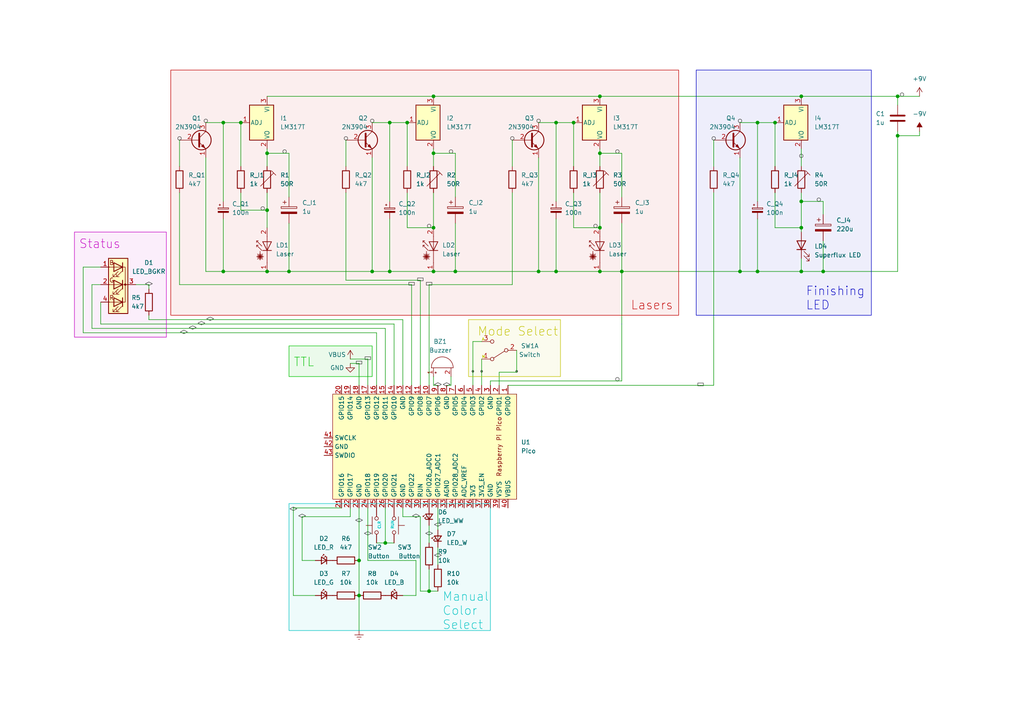
<source format=kicad_sch>
(kicad_sch (version 20230121) (generator eeschema)
  (paper "A4")
  (title_block (title "Holographic Laser Exposure Controller") (date "2023-10-08") (rev "2") (company "MFF UK / KCHFO / Michal Ciesla"))
  (lib_symbols
    (symbol "Device:Buzzer" (pin_names (offset 0.0254) hide)
      (property "Reference" "BZ" (at 3.81 1.27 0))
      (property "Value" "Buzzer" (at 3.81 -1.27 0))
      (symbol "Buzzer_0_1"
        (arc (start 0 -3.175) (mid 3.1612 0) (end 0 3.175))
        (polyline (pts (xy -1.651 1.905) (xy -1.143 1.905)))
        (polyline (pts (xy -1.397 2.159) (xy -1.397 1.651)))
        (polyline (pts (xy 0 3.175) (xy 0 -3.175)))
      )
      (symbol "Buzzer_1_1"
        (pin passive line (at -2.54 2.54 0) (length 2.54) (name "-") (number "1"))
        (pin passive line (at -2.54 -2.54 0) (length 2.54) (name "+") (number "2"))
      )
    )
    (symbol "Device:C" (pin_numbers hide) (pin_names (offset 0.254))
      (property "Reference" "C" (at 0.635 2.54 0))
      (property "Value" "C" (at 0.635 -2.54 0))
      (symbol "C_0_1"
        (polyline (pts (xy -2.032 -0.762) (xy 2.032 -0.762)) (stroke (width 0.508)))
        (polyline (pts (xy -2.032 0.762) (xy 2.032 0.762)) (stroke (width 0.508)))
      )
      (symbol "C_1_1"
        (pin passive line (at 0 3.81 270) (length 2.794) (name "~") (number "1"))
        (pin passive line (at 0 -3.81 90) (length 2.794) (name "~") (number "2"))
      )
    )
    (symbol "Device:C_Polarized" (pin_numbers hide) (pin_names (offset 0.254))
      (property "Reference" "C" (at 0.635 2.54 0))
      (property "Value" "C_Polarized" (at 0.635 -2.54 0))
      (symbol "C_Polarized_0_1"
        (rectangle (start -2.286 0.508) (end 2.286 1.016))
        (polyline (pts (xy -1.778 2.286) (xy -0.762 2.286)))
        (polyline (pts (xy -1.27 2.794) (xy -1.27 1.778)))
        (rectangle (start 2.286 -0.508) (end -2.286 -1.016) (fill (type outline)))
      )
      (symbol "C_Polarized_1_1"
        (pin passive line (at 0 3.81 270) (length 2.794) (name "~") (number "1"))
        (pin passive line (at 0 -3.81 90) (length 2.794) (name "~") (number "2"))
      )
    )
    (symbol "Device:C_Polarized_Small" (pin_numbers hide) (pin_names (offset 0.254) hide)
      (property "Reference" "C" (at 0.254 1.778 0))
      (property "Value" "C_Polarized_Small" (at 0.254 -2.032 0))
      (symbol "C_Polarized_Small_0_1"
        (rectangle (start -1.524 -0.3048) (end 1.524 -0.6858) (fill (type outline)))
        (rectangle (start -1.524 0.6858) (end 1.524 0.3048))
        (polyline (pts (xy -1.27 1.524) (xy -0.762 1.524)))
        (polyline (pts (xy -1.016 1.27) (xy -1.016 1.778)))
      )
      (symbol "C_Polarized_Small_1_1"
        (pin passive line (at 0 2.54 270) (length 1.8542) (name "~") (number "1"))
        (pin passive line (at 0 -2.54 90) (length 1.8542) (name "~") (number "2"))
      )
    )
    (symbol "Device:D_Laser_1C2A" (pin_names (offset 1.016) hide)
      (property "Reference" "LD" (at -1.27 4.445 0))
      (property "Value" "D_Laser_1C2A" (at -1.27 -2.54 0))
      (symbol "D_Laser_1C2A_0_1"
        (polyline (pts (xy -4.064 1.27) (xy -2.54 2.794)))
        (polyline (pts (xy -4.064 1.778) (xy -2.54 2.286)))
        (polyline (pts (xy -4.064 2.286) (xy -2.54 1.778)))
        (polyline (pts (xy -4.064 2.794) (xy -2.54 1.27)))
        (polyline (pts (xy -3.556 2.794) (xy -3.048 1.27)))
        (polyline (pts (xy -3.302 2.032) (xy -3.302 1.016)))
        (polyline (pts (xy -3.302 2.032) (xy -3.302 3.048)))
        (polyline (pts (xy -3.048 2.794) (xy -3.556 1.27)))
        (polyline (pts (xy -1.778 2.032) (xy -4.318 2.032)))
        (polyline (pts (xy -1.524 1.27) (xy -1.524 -1.27)) (stroke (width 0.2032)))
        (polyline (pts (xy 1.27 3.048) (xy 0.762 3.048)))
        (polyline (pts (xy 2.54 0) (xy -5.08 0)))
        (polyline (pts (xy -0.254 1.524) (xy 1.27 3.048) (xy 1.27 2.54)))
        (polyline (pts (xy 1.016 1.27) (xy 1.016 -1.27) (xy -1.524 0) (xy 1.016 1.27)) (stroke (width 0.2032)))
        (polyline (pts (xy -1.524 1.524) (xy 0 3.048) (xy 0 2.54) (xy 0 3.048) (xy -0.508 3.048)))
      )
      (symbol "D_Laser_1C2A_1_1"
        (pin passive line (at -7.62 0 0) (length 2.54) (name "K") (number "1"))
        (pin passive line (at 5.08 0 180) (length 2.54) (name "A") (number "2"))
      )
    )
    (symbol "Device:LED" (pin_numbers hide) (pin_names (offset 1.016) hide)
      (property "Reference" "D" (at 0 2.54 0))
      (property "Value" "LED" (at 0 -2.54 0))
      (symbol "LED_0_1"
        (polyline (pts (xy -1.27 -1.27) (xy -1.27 1.27)) (stroke (width 0.254)))
        (polyline (pts (xy -1.27 0) (xy 1.27 0)))
        (polyline (pts (xy 1.27 -1.27) (xy 1.27 1.27) (xy -1.27 0) (xy 1.27 -1.27)) (stroke (width 0.254)))
        (polyline (pts (xy -3.048 -0.762) (xy -4.572 -2.286) (xy -3.81 -2.286) (xy -4.572 -2.286) (xy -4.572 -1.524)))
        (polyline (pts (xy -1.778 -0.762) (xy -3.302 -2.286) (xy -2.54 -2.286) (xy -3.302 -2.286) (xy -3.302 -1.524)))
      )
      (symbol "LED_1_1"
        (pin passive line (at -3.81 0 0) (length 2.54) (name "K") (number "1"))
        (pin passive line (at 3.81 0 180) (length 2.54) (name "A") (number "2"))
      )
    )
    (symbol "Device:LED_BGKR" (pin_names (offset 0) hide)
      (property "Reference" "D" (at 0 9.398 0))
      (property "Value" "LED_BGKR" (at 0 -8.89 0))
      (symbol "LED_BGKR_0_0"
        (text "B" (at 1.905 -6.35 0) (effects (font (size 1.27 1.27))))
        (text "G" (at 1.905 -1.27 0) (effects (font (size 1.27 1.27))))
        (text "R" (at 1.905 3.81 0) (effects (font (size 1.27 1.27))))
      )
      (symbol "LED_BGKR_0_1"
        (circle (center -2.032 0) (radius 0.254) (fill (type outline)))
        (polyline (pts (xy -1.27 -5.08) (xy 1.27 -5.08)))
        (polyline (pts (xy -1.27 -3.81) (xy -1.27 -6.35)) (stroke (width 0.254)))
        (polyline (pts (xy -1.27 0) (xy -2.54 0)))
        (polyline (pts (xy -1.27 1.27) (xy -1.27 -1.27)) (stroke (width 0.254)))
        (polyline (pts (xy -1.27 5.08) (xy 1.27 5.08)))
        (polyline (pts (xy -1.27 6.35) (xy -1.27 3.81)) (stroke (width 0.254)))
        (polyline (pts (xy 1.27 -5.08) (xy 2.54 -5.08)))
        (polyline (pts (xy 1.27 0) (xy -1.27 0)))
        (polyline (pts (xy 1.27 0) (xy 2.54 0)))
        (polyline (pts (xy 1.27 5.08) (xy 2.54 5.08)))
        (polyline (pts (xy -1.27 1.27) (xy -1.27 -1.27) (xy -1.27 -1.27)))
        (polyline (pts (xy -1.27 6.35) (xy -1.27 3.81) (xy -1.27 3.81)))
        (polyline (pts (xy -1.27 5.08) (xy -2.032 5.08) (xy -2.032 -5.08) (xy -1.016 -5.08)))
        (polyline (pts (xy 1.27 -3.81) (xy 1.27 -6.35) (xy -1.27 -5.08) (xy 1.27 -3.81)) (stroke (width 0.254)))
        (polyline (pts (xy 1.27 1.27) (xy 1.27 -1.27) (xy -1.27 0) (xy 1.27 1.27)) (stroke (width 0.254)))
        (polyline (pts (xy 1.27 6.35) (xy 1.27 3.81) (xy -1.27 5.08) (xy 1.27 6.35)) (stroke (width 0.254)))
        (polyline (pts (xy -1.016 -3.81) (xy 0.508 -2.286) (xy -0.254 -2.286) (xy 0.508 -2.286) (xy 0.508 -3.048)))
        (polyline (pts (xy -1.016 1.27) (xy 0.508 2.794) (xy -0.254 2.794) (xy 0.508 2.794) (xy 0.508 2.032)))
        (polyline (pts (xy -1.016 6.35) (xy 0.508 7.874) (xy -0.254 7.874) (xy 0.508 7.874) (xy 0.508 7.112)))
        (polyline (pts (xy 0 -3.81) (xy 1.524 -2.286) (xy 0.762 -2.286) (xy 1.524 -2.286) (xy 1.524 -3.048)))
        (polyline (pts (xy 0 1.27) (xy 1.524 2.794) (xy 0.762 2.794) (xy 1.524 2.794) (xy 1.524 2.032)))
        (polyline (pts (xy 0 6.35) (xy 1.524 7.874) (xy 0.762 7.874) (xy 1.524 7.874) (xy 1.524 7.112)))
        (rectangle (start 1.27 -1.27) (end 1.27 1.27))
        (rectangle (start 1.27 1.27) (end 1.27 1.27))
        (rectangle (start 1.27 3.81) (end 1.27 6.35))
        (rectangle (start 1.27 6.35) (end 1.27 6.35))
        (rectangle (start 2.794 8.382) (end -2.794 -7.62) (stroke (width 0.254)) (fill (type background)))
      )
      (symbol "LED_BGKR_1_1"
        (pin passive line (at 5.08 -5.08 180) (length 2.54) (name "BA") (number "1"))
        (pin passive line (at 5.08 0 180) (length 2.54) (name "GA") (number "2"))
        (pin passive line (at -5.08 0 0) (length 2.54) (name "K") (number "3"))
        (pin passive line (at 5.08 5.08 180) (length 2.54) (name "RA") (number "4"))
      )
    )
    (symbol "Device:LED_Small" (pin_numbers hide) (pin_names (offset 0.254) hide)
      (property "Reference" "D" (at -1.27 3.175 0))
      (property "Value" "LED_Small" (at -4.445 -2.54 0))
      (symbol "LED_Small_0_1"
        (polyline (pts (xy -0.762 -1.016) (xy -0.762 1.016)) (stroke (width 0.254)))
        (polyline (pts (xy 1.016 0) (xy -0.762 0)))
        (polyline (pts (xy 0.762 -1.016) (xy -0.762 0) (xy 0.762 1.016) (xy 0.762 -1.016)) (stroke (width 0.254)))
        (polyline (pts (xy 0 0.762) (xy -0.508 1.27) (xy -0.254 1.27) (xy -0.508 1.27) (xy -0.508 1.016)))
        (polyline (pts (xy 0.508 1.27) (xy 0 1.778) (xy 0.254 1.778) (xy 0 1.778) (xy 0 1.524)))
      )
      (symbol "LED_Small_1_1"
        (pin passive line (at -2.54 0 0) (length 1.778) (name "K") (number "1"))
        (pin passive line (at 2.54 0 180) (length 1.778) (name "A") (number "2"))
      )
    )
    (symbol "Device:R" (pin_numbers hide) (pin_names (offset 0))
      (property "Reference" "R" (at 2.032 0 90))
      (property "Value" "R" (at 0 0 90))
      (symbol "R_0_1"
        (rectangle (start -1.016 -2.54) (end 1.016 2.54) (stroke (width 0.254)))
      )
      (symbol "R_1_1"
        (pin passive line (at 0 3.81 270) (length 1.27) (name "~") (number "1"))
        (pin passive line (at 0 -3.81 90) (length 1.27) (name "~") (number "2"))
      )
    )
    (symbol "Device:R_Trim" (pin_numbers hide) (pin_names (offset 0))
      (property "Reference" "R" (at 2.54 -2.54 90))
      (property "Value" "R_Trim" (at -2.54 -0.635 90))
      (symbol "R_Trim_0_1"
        (rectangle (start -1.016 -2.54) (end 1.016 2.54) (stroke (width 0.254)))
        (polyline (pts (xy -1.905 -1.905) (xy 1.905 1.905) (xy 2.54 1.27) (xy 1.27 2.54)))
      )
      (symbol "R_Trim_1_1"
        (pin passive line (at 0 3.81 270) (length 1.27) (name "~") (number "1"))
        (pin passive line (at 0 -3.81 90) (length 1.27) (name "~") (number "2"))
      )
    )
    (symbol "MCU_RaspberryPi_and_Boards:Pico"
      (property "Reference" "U" (at -13.97 27.94 0))
      (property "Value" "Pico" (at 0 19.05 0))
      (symbol "Pico_0_0"
        (text "Raspberry Pi Pico" (at 0 21.59 0) (effects (font (size 1.27 1.27))))
      )
      (symbol "Pico_0_1"
        (rectangle (start -15.24 26.67) (end 15.24 -26.67) (fill (type background)))
      )
      (symbol "Pico_1_1"
        (pin bidirectional line (at -17.78 24.13 0) (length 2.54) (name "GPIO0") (number "1"))
        (pin bidirectional line (at -17.78 1.27 0) (length 2.54) (name "GPIO7") (number "10"))
        (pin bidirectional line (at -17.78 -1.27 0) (length 2.54) (name "GPIO8") (number "11"))
        (pin bidirectional line (at -17.78 -3.81 0) (length 2.54) (name "GPIO9") (number "12"))
        (pin power_in line (at -17.78 -6.35 0) (length 2.54) (name "GND") (number "13"))
        (pin bidirectional line (at -17.78 -8.89 0) (length 2.54) (name "GPIO10") (number "14"))
        (pin bidirectional line (at -17.78 -11.43 0) (length 2.54) (name "GPIO11") (number "15"))
        (pin bidirectional line (at -17.78 -13.97 0) (length 2.54) (name "GPIO12") (number "16"))
        (pin bidirectional line (at -17.78 -16.51 0) (length 2.54) (name "GPIO13") (number "17"))
        (pin power_in line (at -17.78 -19.05 0) (length 2.54) (name "GND") (number "18"))
        (pin bidirectional line (at -17.78 -21.59 0) (length 2.54) (name "GPIO14") (number "19"))
        (pin bidirectional line (at -17.78 21.59 0) (length 2.54) (name "GPIO1") (number "2"))
        (pin bidirectional line (at -17.78 -24.13 0) (length 2.54) (name "GPIO15") (number "20"))
        (pin bidirectional line (at 17.78 -24.13 180) (length 2.54) (name "GPIO16") (number "21"))
        (pin bidirectional line (at 17.78 -21.59 180) (length 2.54) (name "GPIO17") (number "22"))
        (pin power_in line (at 17.78 -19.05 180) (length 2.54) (name "GND") (number "23"))
        (pin bidirectional line (at 17.78 -16.51 180) (length 2.54) (name "GPIO18") (number "24"))
        (pin bidirectional line (at 17.78 -13.97 180) (length 2.54) (name "GPIO19") (number "25"))
        (pin bidirectional line (at 17.78 -11.43 180) (length 2.54) (name "GPIO20") (number "26"))
        (pin bidirectional line (at 17.78 -8.89 180) (length 2.54) (name "GPIO21") (number "27"))
        (pin power_in line (at 17.78 -6.35 180) (length 2.54) (name "GND") (number "28"))
        (pin bidirectional line (at 17.78 -3.81 180) (length 2.54) (name "GPIO22") (number "29"))
        (pin power_in line (at -17.78 19.05 0) (length 2.54) (name "GND") (number "3"))
        (pin input line (at 17.78 -1.27 180) (length 2.54) (name "RUN") (number "30"))
        (pin bidirectional line (at 17.78 1.27 180) (length 2.54) (name "GPIO26_ADC0") (number "31"))
        (pin bidirectional line (at 17.78 3.81 180) (length 2.54) (name "GPIO27_ADC1") (number "32"))
        (pin power_in line (at 17.78 6.35 180) (length 2.54) (name "AGND") (number "33"))
        (pin bidirectional line (at 17.78 8.89 180) (length 2.54) (name "GPIO28_ADC2") (number "34"))
        (pin power_in line (at 17.78 11.43 180) (length 2.54) (name "ADC_VREF") (number "35"))
        (pin power_in line (at 17.78 13.97 180) (length 2.54) (name "3V3") (number "36"))
        (pin input line (at 17.78 16.51 180) (length 2.54) (name "3V3_EN") (number "37"))
        (pin bidirectional line (at 17.78 19.05 180) (length 2.54) (name "GND") (number "38"))
        (pin power_in line (at 17.78 21.59 180) (length 2.54) (name "VSYS") (number "39"))
        (pin bidirectional line (at -17.78 16.51 0) (length 2.54) (name "GPIO2") (number "4"))
        (pin power_in line (at 17.78 24.13 180) (length 2.54) (name "VBUS") (number "40"))
        (pin input line (at -2.54 -29.21 90) (length 2.54) (name "SWCLK") (number "41"))
        (pin power_in line (at 0 -29.21 90) (length 2.54) (name "GND") (number "42"))
        (pin bidirectional line (at 2.54 -29.21 90) (length 2.54) (name "SWDIO") (number "43"))
        (pin bidirectional line (at -17.78 13.97 0) (length 2.54) (name "GPIO3") (number "5"))
        (pin bidirectional line (at -17.78 11.43 0) (length 2.54) (name "GPIO4") (number "6"))
        (pin bidirectional line (at -17.78 8.89 0) (length 2.54) (name "GPIO5") (number "7"))
        (pin power_in line (at -17.78 6.35 0) (length 2.54) (name "GND") (number "8"))
        (pin bidirectional line (at -17.78 3.81 0) (length 2.54) (name "GPIO6") (number "9"))
      )
    )
    (symbol "Regulator_Linear:LM317_TO-220" (pin_names (offset 0.254))
      (property "Reference" "U" (at -3.81 3.175 0))
      (property "Value" "LM317_TO-220" (at 0 3.175 0))
      (symbol "LM317_TO-220_0_1"
        (rectangle (start -5.08 1.905) (end 5.08 -5.08) (stroke (width 0.254)) (fill (type background)))
      )
      (symbol "LM317_TO-220_1_1"
        (pin input line (at 0 -7.62 90) (length 2.54) (name "ADJ") (number "1"))
        (pin power_out line (at 7.62 0 180) (length 2.54) (name "VO") (number "2"))
        (pin power_in line (at -7.62 0 0) (length 2.54) (name "VI") (number "3"))
      )
    )
    (symbol "Switch:SW_DPDT_x2" (pin_names (offset 0) hide)
      (property "Reference" "SW" (at 0 4.318 0))
      (property "Value" "SW_DPDT_x2" (at 0 -5.08 0))
      (symbol "SW_DPDT_x2_0_0"
        (circle (center -2.032 0) (radius 0.508))
        (circle (center 2.032 -2.54) (radius 0.508))
      )
      (symbol "SW_DPDT_x2_0_1"
        (polyline (pts (xy -1.524 0.254) (xy 1.651 2.286)))
        (circle (center 2.032 2.54) (radius 0.508))
      )
      (symbol "SW_DPDT_x2_1_1"
        (pin passive line (at 5.08 2.54 180) (length 2.54) (name "A") (number "1"))
        (pin passive line (at -5.08 0 0) (length 2.54) (name "B") (number "2"))
        (pin passive line (at 5.08 -2.54 180) (length 2.54) (name "C") (number "3"))
      )
      (symbol "SW_DPDT_x2_2_1"
        (pin passive line (at 5.08 2.54 180) (length 2.54) (name "A") (number "4"))
        (pin passive line (at -5.08 0 0) (length 2.54) (name "B") (number "5"))
        (pin passive line (at 5.08 -2.54 180) (length 2.54) (name "C") (number "6"))
      )
    )
    (symbol "Switch:SW_Push" (pin_numbers hide) (pin_names (offset 1.016) hide)
      (property "Reference" "SW" (at 1.27 2.54 0))
      (property "Value" "SW_Push" (at 0 -1.524 0))
      (symbol "SW_Push_0_1"
        (circle (center -2.032 0) (radius 0.508))
        (polyline (pts (xy 0 1.27) (xy 0 3.048)))
        (polyline (pts (xy 2.54 1.27) (xy -2.54 1.27)))
        (circle (center 2.032 0) (radius 0.508))
        (pin passive line (at -5.08 0 0) (length 2.54) (name "1") (number "1"))
        (pin passive line (at 5.08 0 180) (length 2.54) (name "2") (number "2"))
      )
    )
    (symbol "Transistor_BJT:2N3904" (pin_names (offset 0) hide)
      (property "Reference" "Q" (at 5.08 1.905 0))
      (property "Value" "2N3904" (at 5.08 0 0))
      (symbol "2N3904_0_1"
        (polyline (pts (xy 0.635 0.635) (xy 2.54 2.54)))
        (polyline (pts (xy 0.635 -0.635) (xy 2.54 -2.54) (xy 2.54 -2.54)))
        (polyline (pts (xy 0.635 1.905) (xy 0.635 -1.905) (xy 0.635 -1.905)) (stroke (width 0.508)))
        (polyline (pts (xy 1.27 -1.778) (xy 1.778 -1.27) (xy 2.286 -2.286) (xy 1.27 -1.778) (xy 1.27 -1.778)) (fill (type outline)))
        (circle (center 1.27 0) (radius 2.8194) (stroke (width 0.254)))
      )
      (symbol "2N3904_1_1"
        (pin passive line (at 2.54 -5.08 90) (length 2.54) (name "E") (number "1"))
        (pin passive line (at -5.08 0 0) (length 5.715) (name "B") (number "2"))
        (pin passive line (at 2.54 5.08 270) (length 2.54) (name "C") (number "3"))
      )
    )
    (symbol "power:+9V" (power) (pin_names (offset 0))
      (property "Value" "+9V" (at 0 3.556 0))
      (symbol "+9V_0_1"
        (polyline (pts (xy -0.762 1.27) (xy 0 2.54)))
        (polyline (pts (xy 0 0) (xy 0 2.54)))
        (polyline (pts (xy 0 2.54) (xy 0.762 1.27)))
      )
      (symbol "+9V_1_1"
        (pin power_in line (at 0 0 90) (length 0) hide (name "+9V") (number "1"))
      )
    )
    (symbol "power:-9V" (power) (pin_names (offset 0))
      (property "Value" "-9V" (at 0 3.81 0))
      (symbol "-9V_0_1"
        (polyline (pts (xy 0 0) (xy 0 2.54)))
        (polyline (pts (xy 0.762 1.27) (xy -0.762 1.27) (xy 0 2.54) (xy 0.762 1.27)) (fill (type outline)))
      )
      (symbol "-9V_1_1"
        (pin power_in line (at 0 0 90) (length 0) hide (name "-9V") (number "1"))
      )
    )
    (symbol "power:Earth" (power) (pin_names (offset 0))
      (symbol "Earth_0_1"
        (polyline (pts (xy -0.635 -1.905) (xy 0.635 -1.905)))
        (polyline (pts (xy -0.127 -2.54) (xy 0.127 -2.54)))
        (polyline (pts (xy 0 -1.27) (xy 0 0)))
        (polyline (pts (xy 1.27 -1.27) (xy -1.27 -1.27)))
      )
      (symbol "Earth_1_1"
        (pin power_in line (at 0 0 270) (length 0) hide (name "Earth") (number "1"))
      )
    )
    (symbol "power:GND" (power) (pin_names (offset 0))
      (property "Value" "GND" (at 0 -3.81 0))
      (symbol "GND_0_1"
        (polyline (pts (xy 0 0) (xy 0 -1.27) (xy 1.27 -1.27) (xy 0 -2.54) (xy -1.27 -1.27) (xy 0 -1.27)))
      )
      (symbol "GND_1_1"
        (pin power_in line (at 0 0 270) (length 0) hide (name "GND") (number "1"))
      )
    )
    (symbol "power:VBUS" (power) (pin_names (offset 0))
      (property "Value" "VBUS" (at 0 3.81 0))
      (symbol "VBUS_0_1"
        (polyline (pts (xy -0.762 1.27) (xy 0 2.54)))
        (polyline (pts (xy 0 0) (xy 0 2.54)))
        (polyline (pts (xy 0 2.54) (xy 0.762 1.27)))
      )
      (symbol "VBUS_1_1"
        (pin power_in line (at 0 0 90) (length 0) hide (name "VBUS") (number "1"))
      )
    )
  )
  (junction (at 125.73 44.45))
  (junction (at 232.41 58.42))
  (junction (at 232.41 66.04))
  (junction (at 219.71 35.56))
  (junction (at 238.76 78.74))
  (junction (at 260.35 39.37))
  (junction (at 118.11 35.56))
  (junction (at 232.41 78.74))
  (junction (at 104.14 162.56))
  (junction (at 77.47 78.74))
  (junction (at 111.76 157.48))
  (junction (at 173.99 27.94))
  (junction (at 161.29 78.74))
  (junction (at 260.35 27.94))
  (junction (at 77.47 60.96))
  (junction (at 83.82 78.74))
  (junction (at 104.14 172.72))
  (junction (at 161.29 35.56))
  (junction (at 180.34 78.74))
  (junction (at 64.77 78.74))
  (junction (at 214.63 78.74))
  (junction (at 69.85 35.56))
  (junction (at 232.41 27.94))
  (junction (at 173.99 44.45))
  (junction (at 107.95 78.74))
  (junction (at 125.73 66.04))
  (junction (at 173.99 66.04))
  (junction (at 64.77 35.56))
  (junction (at 113.03 35.56))
  (junction (at 166.37 35.56))
  (junction (at 124.46 171.45))
  (junction (at 156.21 78.74))
  (junction (at 219.71 78.74))
  (junction (at 113.03 78.74))
  (junction (at 125.73 78.74))
  (junction (at 77.47 44.45))
  (junction (at 132.08 78.74))
  (junction (at 173.99 78.74))
  (junction (at 224.79 35.56))
  (junction (at 125.73 27.94))
  (wire (pts (xy 114.3 93.98) (xy 114.3 111.76)))
  (wire (pts (xy 161.29 35.56) (xy 161.29 58.42)))
  (wire (pts (xy 207.01 40.64) (xy 207.01 48.26)))
  (wire (pts (xy 180.34 110.49) (xy 180.34 78.74)))
  (wire (pts (xy 121.92 149.86) (xy 121.92 171.45)))
  (wire (pts (xy 24.13 77.47) (xy 29.21 77.47)))
  (wire (pts (xy 132.08 57.15) (xy 132.08 44.45)))
  (wire (pts (xy 214.63 45.72) (xy 214.63 78.74)))
  (wire (pts (xy 148.59 82.55) (xy 124.46 82.55)))
  (wire (pts (xy 83.82 57.15) (xy 83.82 44.45)))
  (wire (pts (xy 173.99 27.94) (xy 232.41 27.94)))
  (wire (pts (xy 166.37 35.56) (xy 166.37 48.26)))
  (wire (pts (xy 120.65 162.56) (xy 106.68 162.56)))
  (wire (pts (xy 224.79 55.88) (xy 224.79 66.04)))
  (wire (pts (xy 266.7 39.37) (xy 266.7 38.1)))
  (wire (pts (xy 232.41 55.88) (xy 232.41 58.42)))
  (wire (pts (xy 101.6 105.41) (xy 104.14 105.41)))
  (wire (pts (xy 232.41 78.74) (xy 238.76 78.74)))
  (wire (pts (xy 232.41 58.42) (xy 232.41 66.04)))
  (wire (pts (xy 132.08 64.77) (xy 132.08 78.74)))
  (wire (pts (xy 111.76 157.48) (xy 114.3 157.48)))
  (wire (pts (xy 129.54 111.76) (xy 130.81 111.76)))
  (wire (pts (xy 127 111.76) (xy 125.73 111.76)))
  (wire (pts (xy 173.99 43.18) (xy 173.99 44.45)))
  (wire (pts (xy 166.37 55.88) (xy 166.37 66.04)))
  (wire (pts (xy 180.34 78.74) (xy 214.63 78.74)))
  (wire (pts (xy 100.33 55.88) (xy 100.33 81.28)))
  (wire (pts (xy 26.67 82.55) (xy 29.21 82.55)))
  (wire (pts (xy 106.68 104.14) (xy 106.68 111.76)))
  (wire (pts (xy 139.7 104.14) (xy 139.7 111.76)))
  (wire (pts (xy 232.41 58.42) (xy 238.76 58.42)))
  (wire (pts (xy 116.84 149.86) (xy 121.92 149.86)))
  (wire (pts (xy 64.77 35.56) (xy 64.77 58.42)))
  (wire (pts (xy 121.92 171.45) (xy 124.46 171.45)))
  (wire (pts (xy 104.14 172.72) (xy 104.14 182.88)))
  (wire (pts (xy 100.33 40.64) (xy 100.33 48.26)))
  (wire (pts (xy 77.47 44.45) (xy 77.47 48.26)))
  (wire (pts (xy 29.21 93.98) (xy 114.3 93.98)))
  (wire (pts (xy 83.82 64.77) (xy 83.82 78.74)))
  (wire (pts (xy 130.81 109.22) (xy 130.81 111.76)))
  (wire (pts (xy 101.6 104.14) (xy 106.68 104.14)))
  (wire (pts (xy 99.06 147.32) (xy 85.09 147.32)))
  (wire (pts (xy 161.29 35.56) (xy 166.37 35.56)))
  (wire (pts (xy 87.63 149.86) (xy 101.6 149.86)))
  (wire (pts (xy 69.85 35.56) (xy 69.85 48.26)))
  (wire (pts (xy 52.07 40.64) (xy 52.07 48.26)))
  (wire (pts (xy 107.95 35.56) (xy 113.03 35.56)))
  (wire (pts (xy 77.47 27.94) (xy 125.73 27.94)))
  (wire (pts (xy 29.21 87.63) (xy 29.21 93.98)))
  (wire (pts (xy 219.71 63.5) (xy 219.71 78.74)))
  (wire (pts (xy 83.82 44.45) (xy 77.47 44.45)))
  (wire (pts (xy 77.47 43.18) (xy 77.47 44.45)))
  (wire (pts (xy 125.73 55.88) (xy 125.73 66.04)))
  (wire (pts (xy 118.11 55.88) (xy 118.11 66.04)))
  (wire (pts (xy 26.67 95.25) (xy 111.76 95.25)))
  (wire (pts (xy 161.29 63.5) (xy 161.29 78.74)))
  (wire (pts (xy 148.59 40.64) (xy 148.59 48.26)))
  (wire (pts (xy 43.18 82.55) (xy 43.18 83.82)))
  (wire (pts (xy 59.69 45.72) (xy 59.69 78.74)))
  (wire (pts (xy 87.63 162.56) (xy 87.63 149.86)))
  (wire (pts (xy 161.29 78.74) (xy 173.99 78.74)))
  (wire (pts (xy 64.77 63.5) (xy 64.77 78.74)))
  (wire (pts (xy 125.73 44.45) (xy 125.73 48.26)))
  (wire (pts (xy 69.85 60.96) (xy 77.47 60.96)))
  (wire (pts (xy 224.79 35.56) (xy 224.79 48.26)))
  (wire (pts (xy 113.03 35.56) (xy 118.11 35.56)))
  (wire (pts (xy 124.46 171.45) (xy 127 171.45)))
  (wire (pts (xy 118.11 66.04) (xy 125.73 66.04)))
  (wire (pts (xy 116.84 92.71) (xy 116.84 111.76)))
  (wire (pts (xy 111.76 95.25) (xy 111.76 111.76)))
  (wire (pts (xy 232.41 27.94) (xy 260.35 27.94)))
  (wire (pts (xy 43.18 91.44) (xy 43.18 92.71)))
  (wire (pts (xy 238.76 78.74) (xy 260.35 78.74)))
  (wire (pts (xy 124.46 152.4) (xy 124.46 157.48)))
  (wire (pts (xy 59.69 78.74) (xy 64.77 78.74)))
  (wire (pts (xy 214.63 35.56) (xy 219.71 35.56)))
  (wire (pts (xy 142.24 111.76) (xy 142.24 110.49)))
  (wire (pts (xy 232.41 43.18) (xy 232.41 48.26)))
  (wire (pts (xy 106.68 147.32) (xy 106.68 162.56)))
  (wire (pts (xy 238.76 69.85) (xy 238.76 78.74)))
  (wire (pts (xy 156.21 45.72) (xy 156.21 78.74)))
  (wire (pts (xy 83.82 78.74) (xy 107.95 78.74)))
  (wire (pts (xy 26.67 95.25) (xy 26.67 82.55)))
  (wire (pts (xy 43.18 92.71) (xy 116.84 92.71)))
  (wire (pts (xy 109.22 157.48) (xy 111.76 157.48)))
  (wire (pts (xy 207.01 55.88) (xy 207.01 111.76)))
  (wire (pts (xy 127 158.75) (xy 127 163.83)))
  (wire (pts (xy 113.03 78.74) (xy 125.73 78.74)))
  (wire (pts (xy 120.65 172.72) (xy 120.65 162.56)))
  (wire (pts (xy 107.95 78.74) (xy 113.03 78.74)))
  (wire (pts (xy 232.41 74.93) (xy 232.41 78.74)))
  (wire (pts (xy 101.6 149.86) (xy 101.6 147.32)))
  (wire (pts (xy 118.11 35.56) (xy 118.11 48.26)))
  (wire (pts (xy 125.73 109.22) (xy 125.73 111.76)))
  (wire (pts (xy 64.77 35.56) (xy 69.85 35.56)))
  (wire (pts (xy 127 147.32) (xy 127 153.67)))
  (wire (pts (xy 113.03 35.56) (xy 113.03 58.42)))
  (wire (pts (xy 85.09 172.72) (xy 91.44 172.72)))
  (wire (pts (xy 77.47 78.74) (xy 83.82 78.74)))
  (wire (pts (xy 125.73 43.18) (xy 125.73 44.45)))
  (wire (pts (xy 132.08 44.45) (xy 125.73 44.45)))
  (wire (pts (xy 107.95 45.72) (xy 107.95 78.74)))
  (wire (pts (xy 180.34 57.15) (xy 180.34 44.45)))
  (wire (pts (xy 124.46 165.1) (xy 124.46 171.45)))
  (wire (pts (xy 111.76 147.32) (xy 111.76 157.48)))
  (wire (pts (xy 180.34 64.77) (xy 180.34 78.74)))
  (wire (pts (xy 121.92 81.28) (xy 121.92 111.76)))
  (wire (pts (xy 125.73 27.94) (xy 173.99 27.94)))
  (wire (pts (xy 260.35 39.37) (xy 260.35 78.74)))
  (wire (pts (xy 87.63 162.56) (xy 91.44 162.56)))
  (wire (pts (xy 24.13 96.52) (xy 24.13 77.47)))
  (wire (pts (xy 116.84 147.32) (xy 116.84 149.86)))
  (wire (pts (xy 156.21 78.74) (xy 161.29 78.74)))
  (wire (pts (xy 232.41 66.04) (xy 232.41 67.31)))
  (wire (pts (xy 219.71 35.56) (xy 224.79 35.56)))
  (wire (pts (xy 132.08 78.74) (xy 156.21 78.74)))
  (wire (pts (xy 109.22 96.52) (xy 109.22 111.76)))
  (wire (pts (xy 149.86 107.95) (xy 144.78 107.95)))
  (wire (pts (xy 180.34 44.45) (xy 173.99 44.45)))
  (wire (pts (xy 100.33 81.28) (xy 121.92 81.28)))
  (wire (pts (xy 69.85 55.88) (xy 69.85 60.96)))
  (wire (pts (xy 149.86 107.95) (xy 149.86 101.6)))
  (wire (pts (xy 24.13 96.52) (xy 109.22 96.52)))
  (wire (pts (xy 166.37 66.04) (xy 173.99 66.04)))
  (wire (pts (xy 238.76 58.42) (xy 238.76 62.23)))
  (wire (pts (xy 173.99 44.45) (xy 173.99 48.26)))
  (wire (pts (xy 156.21 35.56) (xy 161.29 35.56)))
  (wire (pts (xy 260.35 27.94) (xy 260.35 30.48)))
  (wire (pts (xy 125.73 78.74) (xy 132.08 78.74)))
  (wire (pts (xy 224.79 66.04) (xy 232.41 66.04)))
  (wire (pts (xy 77.47 55.88) (xy 77.47 60.96)))
  (wire (pts (xy 147.32 111.76) (xy 207.01 111.76)))
  (wire (pts (xy 52.07 82.55) (xy 119.38 82.55)))
  (wire (pts (xy 52.07 55.88) (xy 52.07 82.55)))
  (wire (pts (xy 59.69 35.56) (xy 64.77 35.56)))
  (wire (pts (xy 144.78 107.95) (xy 144.78 111.76)))
  (wire (pts (xy 260.35 38.1) (xy 260.35 39.37)))
  (wire (pts (xy 173.99 55.88) (xy 173.99 66.04)))
  (wire (pts (xy 137.16 99.06) (xy 139.7 99.06)))
  (wire (pts (xy 219.71 35.56) (xy 219.71 58.42)))
  (wire (pts (xy 124.46 82.55) (xy 124.46 111.76)))
  (wire (pts (xy 104.14 162.56) (xy 104.14 172.72)))
  (wire (pts (xy 64.77 78.74) (xy 77.47 78.74)))
  (wire (pts (xy 219.71 78.74) (xy 232.41 78.74)))
  (wire (pts (xy 39.37 82.55) (xy 43.18 82.55)))
  (wire (pts (xy 137.16 99.06) (xy 137.16 111.76)))
  (wire (pts (xy 173.99 78.74) (xy 180.34 78.74)))
  (wire (pts (xy 116.84 172.72) (xy 120.65 172.72)))
  (wire (pts (xy 142.24 110.49) (xy 180.34 110.49)))
  (wire (pts (xy 148.59 55.88) (xy 148.59 82.55)))
  (wire (pts (xy 119.38 111.76) (xy 119.38 82.55)))
  (wire (pts (xy 104.14 147.32) (xy 104.14 162.56)))
  (wire (pts (xy 104.14 105.41) (xy 104.14 111.76)))
  (wire (pts (xy 85.09 147.32) (xy 85.09 172.72)))
  (wire (pts (xy 77.47 60.96) (xy 77.47 66.04)))
  (wire (pts (xy 260.35 27.94) (xy 266.7 27.94)))
  (wire (pts (xy 214.63 78.74) (xy 219.71 78.74)))
  (wire (pts (xy 113.03 63.5) (xy 113.03 78.74)))
  (wire (pts (xy 260.35 39.37) (xy 266.7 39.37)))
  (rectangle (start 49.53 20.32) (end 196.85 91.44) (stroke (width 0) (color 194 0 0 1)) (fill (type color) (color 194 0 0 0.07)))
  (rectangle (start 201.93 20.32) (end 252.73 91.44) (stroke (width 0) (color 0 0 194 1)) (fill (type color) (color 0 0 194 0.07)))
  (rectangle (start 135.89 92.71) (end 162.56 109.22) (stroke (width 0) (color 194 194 0 1)) (fill (type color) (color 194 194 0 0.07)))
  (rectangle (start 83.82 100.33) (end 107.95 109.22) (stroke (width 0) (color 0 194 0 1)) (fill (type color) (color 0 194 0 0.08)))
  (rectangle (start 21.59 67.31) (end 48.26 97.79) (stroke (width 0) (color 194 0 194 1)) (fill (type color) (color 194 0 194 0.07)))
  (rectangle (start 83.82 146.05) (end 142.24 182.88) (stroke (width 0) (color 0 194 194 1)) (fill (type color) (color 0 194 194 0.07)))
  (rectangle (start 180.34 93.98) (end 180.34 93.98))
  (text "M" (at 139.7 104.14 0) (effects (font (size 0.762 0.762)) (justify left bottom)))
  (text "CLR" (at 110.49 153.67 90) (effects (font (size 0.762 0.762)) (justify left bottom)))
  (text "Status" (at 22.86 72.39 0) (effects (font (size 2.54 2.54)) (justify left bottom)))
  (text "A" (at 139.7 99.06 0) (effects (font (size 0.762 0.762)) (justify left bottom)))
  (text "Mode Select" (at 138.43 97.79 0) (effects (font (size 2.54 2.54)) (justify left bottom)))
  (text "Manual\nColor\nSelect" (at 128.27 182.88 0) (effects (font (size 2.54 2.54)) (justify left bottom)))
  (text "Finishing\nLED" (at 233.68 90.17 0) (effects (font (size 2.54 2.54)) (justify left bottom)))
  (text "TTL" (at 85.09 106.68 0) (effects (font (size 2.54 2.54)) (justify left bottom)))
  (text "Lasers" (at 182.88 90.17 0) (effects (font (size 2.54 2.54)) (justify left bottom)))
  (text "RUN" (at 114.3 153.67 90) (effects (font (size 0.762 0.762)) (justify left bottom)))
  (netclass_flag "" (length 0.254) (shape diamond) (at 55.88 95.25 0) (property "Netclass" "Indication Line" (effects hide)))
  (netclass_flag "" (length 0.254) (shape diamond) (at 87.63 149.86 0) (property "Netclass" "Indication Line" (effects hide)))
  (netclass_flag "" (length 0.254) (shape rectangle) (at 104.14 105.41 0) (property "Netclass" "Transistor Logic Line" (effects hide)))
  (netclass_flag "" (length 0.508) (shape round) (at 237.49 58.42 0) (property "Netclass" "9V Power Line" (effects hide)))
  (netclass_flag "" (length 0.508) (shape round) (at 148.59 40.64 0) (property "Netclass" "9V Power Line" (effects hide)))
  (netclass_flag "" (length 0.254) (shape diamond) (at 43.18 82.55 0) (property "Netclass" "Indication Line" (effects hide)))
  (netclass_flag "" (length 0.254) (shape diamond) (at 53.34 96.52 0) (property "Netclass" "Indication Line" (effects hide)))
  (netclass_flag "" (length 0.254) (shape diamond) (at 127 161.29 0) (property "Netclass" "Indication Line" (effects hide)))
  (netclass_flag "" (length 0.254) (shape diamond) (at 127 111.76 0) (property "Netclass" "Indication Line" (effects hide)))
  (netclass_flag "" (length 0.254) (shape diamond) (at 85.09 147.32 180) (property "Netclass" "Indication Line" (effects hide)))
  (netclass_flag "" (length 0.254) (shape diamond) (at 60.96 92.71 0) (property "Netclass" "Indication Line" (effects hide)))
  (netclass_flag "" (length 0.508) (shape round) (at 52.07 40.64 0) (property "Netclass" "9V Power Line" (effects hide)))
  (netclass_flag "" (length 0.508) (shape round) (at 76.2 60.96 0) (property "Netclass" "9V Power Line" (effects hide)))
  (netclass_flag "" (length 0.254) (shape diamond) (at 104.14 151.13 0) (property "Netclass" "Indication Line" (effects hide)))
  (netclass_flag "" (length 0.254) (shape diamond) (at 129.54 111.76 0) (property "Netclass" "Indication Line" (effects hide)))
  (netclass_flag "" (length 0.0254) (shape dot) (at 111.76 157.48 0) (property "Netclass" "Button Logic Line" (effects hide)))
  (netclass_flag "" (length 0.508) (shape round) (at 172.72 66.04 0) (property "Netclass" "9V Power Line" (effects hide)))
  (netclass_flag "" (length 0.508) (shape round) (at 179.07 44.45 0) (property "Netclass" "9V Power Line" (effects hide)))
  (netclass_flag "" (length 0.508) (shape round) (at 100.33 40.64 0) (property "Netclass" "9V Power Line" (effects hide)))
  (netclass_flag "" (length 0.508) (shape round) (at 59.69 35.56 0) (property "Netclass" "9V Power Line" (effects hide)))
  (netclass_flag "" (length 0.254) (shape dot) (at 137.16 107.95 0) (property "Netclass" "Button Logic Line" (effects hide)))
  (netclass_flag "" (length 0.508) (shape round) (at 130.81 44.45 0) (property "Netclass" "9V Power Line" (effects hide)))
  (netclass_flag "" (length 0.508) (shape round) (at 179.07 110.49 0) (property "Netclass" "9V Power Line" (effects hide)))
  (netclass_flag "" (length 0.508) (shape round) (at 261.62 27.94 0) (property "Netclass" "9V Power Line" (effects hide)))
  (netclass_flag "" (length 0.254) (shape rectangle) (at 119.38 82.55 0) (property "Netclass" "Transistor Logic Line" (effects hide)))
  (netclass_flag "" (length 0.508) (shape round) (at 232.41 45.72 0) (property "Netclass" "9V Power Line" (effects hide)))
  (netclass_flag "" (length 0.508) (shape round) (at 156.21 35.56 0) (property "Netclass" "9V Power Line" (effects hide)))
  (netclass_flag "" (length 0.508) (shape round) (at 82.55 44.45 0) (property "Netclass" "9V Power Line" (effects hide)))
  (netclass_flag "" (length 0.254) (shape diamond) (at 58.42 93.98 0) (property "Netclass" "Indication Line" (effects hide)))
  (netclass_flag "" (length 0.508) (shape round) (at 107.95 35.56 0) (property "Netclass" "9V Power Line" (effects hide)))
  (netclass_flag "" (length 0.254) (shape rectangle) (at 121.92 81.28 0) (property "Netclass" "Transistor Logic Line" (effects hide)))
  (netclass_flag "" (length 0.508) (shape round) (at 214.63 35.56 0) (property "Netclass" "9V Power Line" (effects hide)))
  (netclass_flag "" (length 0.254) (shape dot) (at 149.86 107.95 0) (property "Netclass" "Button Logic Line" (effects hide)))
  (netclass_flag "" (length 0.254) (shape diamond) (at 127 152.4 0) (property "Netclass" "Indication Line" (effects hide)))
  (netclass_flag "" (length 0.254) (shape diamond) (at 106.68 154.94 0) (property "Netclass" "Indication Line" (effects hide)))
  (netclass_flag "" (length 0.254) (shape rectangle) (at 106.68 104.14 0) (property "Netclass" "Transistor Logic Line" (effects hide)))
  (netclass_flag "" (length 0.254) (shape rectangle) (at 124.46 82.55 0) (property "Netclass" "Transistor Logic Line" (effects hide)))
  (netclass_flag "" (length 0.508) (shape round) (at 207.01 40.64 0) (property "Netclass" "9V Power Line" (effects hide)))
  (netclass_flag "" (length 0.254) (shape diamond) (at 124.46 154.94 0) (property "Netclass" "Indication Line" (effects hide)))
  (netclass_flag "" (length 0.254) (shape rectangle) (at 203.2 111.76 0) (property "Netclass" "Transistor Logic Line" (effects hide)))
  (netclass_flag "" (length 0.254) (shape diamond) (at 120.65 149.86 0) (property "Netclass" "Indication Line" (effects hide)))
  (netclass_flag "" (length 0.254) (shape dot) (at 139.7 107.95 0) (property "Netclass" "Button Logic Line" (effects hide)))
  (netclass_flag "" (length 0.508) (shape round) (at 124.46 66.04 0) (property "Netclass" "9V Power Line" (effects hide)))
  (symbol (lib_id "power:+9V") (at 266.7 27.94 0) (unit 1)
    (property "Reference" "#PWR02" (effects hide))
    (property "Value" "+9V" (at 266.7 22.86 0))
  )
  (symbol (lib_id "Device:R") (at 124.46 161.29 0) (mirror y) (unit 1)
    (property "Reference" "R9" (at 127 160.02 0) (effects (justify right)))
    (property "Value" "10k" (at 127 162.56 0) (effects (justify right)))
  )
  (symbol (lib_id "Device:LED_Small") (at 93.98 172.72 0) (mirror y) (unit 1)
    (property "Reference" "D3" (at 93.9165 166.37 0))
    (property "Value" "LED_G" (at 93.9165 168.91 0))
  )
  (symbol (lib_id "Device:R") (at 69.85 52.07 0) (unit 1)
    (property "Reference" "R_I1" (at 72.39 50.8 0) (effects (justify left)))
    (property "Value" "1k" (at 72.39 53.34 0) (effects (justify left)))
  )
  (symbol (lib_id "Device:D_Laser_1C2A") (at 125.73 71.12 90) (unit 1)
    (property "Reference" "LD2" (at 128.27 71.12 90) (effects (justify right)))
    (property "Value" "Laser" (at 128.27 73.66 90) (effects (justify right)))
  )
  (symbol (lib_id "Device:C_Polarized_Small") (at 113.03 60.96 0) (unit 1)
    (property "Reference" "C_Q2" (at 115.57 59.1439 0) (effects (justify left)))
    (property "Value" "100n" (at 115.57 61.6839 0) (effects (justify left)))
  )
  (symbol (lib_id "Device:C") (at 260.35 34.29 0) (unit 1)
    (property "Reference" "C1" (at 254 33.02 0) (effects (justify left)))
    (property "Value" "1u" (at 254 35.56 0) (effects (justify left)))
  )
  (symbol (lib_id "Device:D_Laser_1C2A") (at 77.47 71.12 90) (unit 1)
    (property "Reference" "LD1" (at 80.01 71.12 90) (effects (justify right)))
    (property "Value" "Laser" (at 80.01 73.66 90) (effects (justify right)))
  )
  (symbol (lib_id "Regulator_Linear:LM317_TO-220") (at 77.47 35.56 270) (unit 1)
    (property "Reference" "I1" (at 81.28 34.29 90) (effects (justify left)))
    (property "Value" "LM317T" (at 81.28 36.83 90) (effects (justify left)))
    (property "Footprint" "Package_TO_SOT_THT:TO-220-3_Vertical" (effects hide))
    (property "Datasheet" "http://www.ti.com/lit/ds/symlink/lm317.pdf" (effects hide))
  )
  (symbol (lib_id "Device:C_Polarized_Small") (at 219.71 60.96 0) (unit 1)
    (property "Reference" "C_Q4" (at 222.25 59.1439 0) (effects (justify left)))
    (property "Value" "100n" (at 222.25 61.6839 0) (effects (justify left)))
  )
  (symbol (lib_id "Switch:SW_DPDT_x2") (at 144.78 101.6 180) (unit 1)
    (property "Reference" "SW1" (at 153.67 100.33 0))
    (property "Value" "Switch" (at 153.67 102.87 0))
  )
  (symbol (lib_id "Transistor_BJT:2N3904") (at 212.09 40.64 0) (unit 1)
    (property "Reference" "Q4" (at 213.36 34.29 0) (effects (justify right)))
    (property "Value" "2N3904" (at 205.74 36.83 0) (effects (justify left)))
    (property "Footprint" "Package_TO_SOT_THT:TO-92_Inline" (effects hide))
    (property "Datasheet" "https://www.onsemi.com/pub/Collateral/2N3903-D.PDF" (effects hide))
  )
  (symbol (lib_id "Device:C_Polarized_Small") (at 64.77 60.96 0) (unit 1)
    (property "Reference" "C_Q1" (at 67.31 59.1439 0) (effects (justify left)))
    (property "Value" "100n" (at 67.31 61.6839 0) (effects (justify left)))
  )
  (symbol (lib_id "Device:C_Polarized") (at 132.08 60.96 0) (unit 1)
    (property "Reference" "C_I2" (at 135.89 58.801 0) (effects (justify left)))
    (property "Value" "1u" (at 135.89 61.341 0) (effects (justify left)))
  )
  (symbol (lib_id "Regulator_Linear:LM317_TO-220") (at 173.99 35.56 270) (unit 1)
    (property "Reference" "I3" (at 177.8 34.29 90) (effects (justify left)))
    (property "Value" "LM317T" (at 177.8 36.83 90) (effects (justify left)))
    (property "Footprint" "Package_TO_SOT_THT:TO-220-3_Vertical" (effects hide))
    (property "Datasheet" "http://www.ti.com/lit/ds/symlink/lm317.pdf" (effects hide))
  )
  (symbol (lib_id "power:-9V") (at 266.7 38.1 0) (unit 1)
    (property "Reference" "#PWR03" (effects hide))
    (property "Value" "-9V" (at 266.7 33.02 0))
  )
  (symbol (lib_id "Regulator_Linear:LM317_TO-220") (at 232.41 35.56 270) (unit 1)
    (property "Reference" "I4" (at 236.22 34.29 90) (effects (justify left)))
    (property "Value" "LM317T" (at 236.22 36.83 90) (effects (justify left)))
    (property "Footprint" "Package_TO_SOT_THT:TO-220-3_Vertical" (effects hide))
    (property "Datasheet" "http://www.ti.com/lit/ds/symlink/lm317.pdf" (effects hide))
  )
  (symbol (lib_id "Device:R") (at 118.11 52.07 0) (unit 1)
    (property "Reference" "R_I2" (at 120.65 50.8 0) (effects (justify left)))
    (property "Value" "1k" (at 120.65 53.34 0) (effects (justify left)))
  )
  (symbol (lib_id "Device:R") (at 107.95 172.72 270) (unit 1)
    (property "Reference" "R8" (at 107.95 166.37 90))
    (property "Value" "10k" (at 107.95 168.91 90))
  )
  (symbol (lib_id "Device:Buzzer") (at 128.27 106.68 90) (unit 1)
    (property "Reference" "BZ1" (at 125.73 99.06 90) (effects (justify right)))
    (property "Value" "Buzzer" (at 124.46 101.6 90) (effects (justify right)))
  )
  (symbol (lib_id "Device:R") (at 52.07 52.07 0) (unit 1)
    (property "Reference" "R_Q1" (at 54.61 50.8 0) (effects (justify left)))
    (property "Value" "4k7" (at 54.61 53.34 0) (effects (justify left)))
  )
  (symbol (lib_id "Transistor_BJT:2N3904") (at 153.67 40.64 0) (unit 1)
    (property "Reference" "Q3" (at 154.94 34.29 0) (effects (justify right)))
    (property "Value" "2N3904" (at 147.32 36.83 0) (effects (justify left)))
    (property "Footprint" "Package_TO_SOT_THT:TO-92_Inline" (effects hide))
    (property "Datasheet" "https://www.onsemi.com/pub/Collateral/2N3903-D.PDF" (effects hide))
  )
  (symbol (lib_id "Device:D_Laser_1C2A") (at 173.99 71.12 90) (unit 1)
    (property "Reference" "LD3" (at 176.53 71.12 90) (effects (justify right)))
    (property "Value" "Laser" (at 176.53 73.66 90) (effects (justify right)))
  )
  (symbol (lib_id "Device:C_Polarized") (at 180.34 60.96 0) (unit 1)
    (property "Reference" "C_I3" (at 184.15 58.801 0) (effects (justify left)))
    (property "Value" "1u" (at 184.15 61.341 0) (effects (justify left)))
  )
  (symbol (lib_id "Switch:SW_Push") (at 114.3 152.4 270) (unit 1)
    (property "Reference" "SW3" (at 119.38 158.75 90) (effects (justify right)))
    (property "Value" "Button" (at 121.92 161.29 90) (effects (justify right)))
  )
  (symbol (lib_id "Device:R") (at 224.79 52.07 0) (unit 1)
    (property "Reference" "R_I4" (at 227.33 50.8 0) (effects (justify left)))
    (property "Value" "1k" (at 227.33 53.34 0) (effects (justify left)))
  )
  (symbol (lib_id "Device:R") (at 100.33 52.07 0) (unit 1)
    (property "Reference" "R_Q2" (at 102.87 50.8 0) (effects (justify left)))
    (property "Value" "4k7" (at 102.87 53.34 0) (effects (justify left)))
  )
  (symbol (lib_id "Device:R") (at 127 167.64 0) (mirror y) (unit 1)
    (property "Reference" "R10" (at 129.54 166.37 0) (effects (justify right)))
    (property "Value" "10k" (at 129.54 168.91 0) (effects (justify right)))
  )
  (symbol (lib_id "Switch:SW_Push") (at 109.22 152.4 90) (unit 1)
    (property "Reference" "SW2" (at 106.68 158.75 90) (effects (justify right)))
    (property "Value" "Button" (at 106.68 161.29 90) (effects (justify right)))
  )
  (symbol (lib_id "Device:C_Polarized") (at 83.82 60.96 0) (unit 1)
    (property "Reference" "C_I1" (at 87.63 58.801 0) (effects (justify left)))
    (property "Value" "1u" (at 87.63 61.341 0) (effects (justify left)))
  )
  (symbol (lib_id "Device:LED_Small") (at 127 156.21 90) (unit 1)
    (property "Reference" "D7" (at 129.54 154.8765 90) (effects (justify right)))
    (property "Value" "LED_W" (at 129.54 157.4165 90) (effects (justify right)))
  )
  (symbol (lib_id "Device:LED_Small") (at 114.3 172.72 0) (unit 1)
    (property "Reference" "D4" (at 114.3635 166.37 0))
    (property "Value" "LED_B" (at 114.3635 168.91 0))
  )
  (symbol (lib_id "power:Earth") (at 104.14 182.88 0) (mirror y) (unit 1)
    (property "Reference" "#PWR01" (effects hide))
    (property "Value" "Earth" (effects hide))
  )
  (symbol (lib_id "Transistor_BJT:2N3904") (at 105.41 40.64 0) (unit 1)
    (property "Reference" "Q2" (at 106.68 34.29 0) (effects (justify right)))
    (property "Value" "2N3904" (at 99.06 36.83 0) (effects (justify left)))
    (property "Footprint" "Package_TO_SOT_THT:TO-92_Inline" (effects hide))
    (property "Datasheet" "https://www.onsemi.com/pub/Collateral/2N3903-D.PDF" (effects hide))
  )
  (symbol (lib_id "Device:R") (at 100.33 172.72 90) (mirror x) (unit 1)
    (property "Reference" "R7" (at 100.33 166.37 90))
    (property "Value" "10k" (at 100.33 168.91 90))
  )
  (symbol (lib_id "power:GND") (at 101.6 105.41 0) (unit 1)
    (property "Reference" "#PWR05" (effects hide))
    (property "Value" "GND" (at 97.79 106.68 0))
  )
  (symbol (lib_id "Device:R") (at 148.59 52.07 0) (unit 1)
    (property "Reference" "R_Q3" (at 151.13 50.8 0) (effects (justify left)))
    (property "Value" "4k7" (at 151.13 53.34 0) (effects (justify left)))
  )
  (symbol (lib_id "Regulator_Linear:LM317_TO-220") (at 125.73 35.56 270) (unit 1)
    (property "Reference" "I2" (at 129.54 34.29 90) (effects (justify left)))
    (property "Value" "LM317T" (at 129.54 36.83 90) (effects (justify left)))
    (property "Footprint" "Package_TO_SOT_THT:TO-220-3_Vertical" (effects hide))
    (property "Datasheet" "http://www.ti.com/lit/ds/symlink/lm317.pdf" (effects hide))
  )
  (symbol (lib_id "Device:LED_Small") (at 93.98 162.56 0) (mirror y) (unit 1)
    (property "Reference" "D2" (at 93.9165 156.21 0))
    (property "Value" "LED_R" (at 93.9165 158.75 0))
  )
  (symbol (lib_id "Device:LED_Small") (at 124.46 149.86 90) (unit 1)
    (property "Reference" "D6" (at 127 148.5265 90) (effects (justify right)))
    (property "Value" "LED_WW" (at 127 151.0665 90) (effects (justify right)))
  )
  (symbol (lib_id "Device:R") (at 43.18 87.63 180) (unit 1)
    (property "Reference" "R5" (at 38.1 86.36 0) (effects (justify right)))
    (property "Value" "4k7" (at 38.1 88.9 0) (effects (justify right)))
  )
  (symbol (lib_id "Device:R") (at 207.01 52.07 0) (unit 1)
    (property "Reference" "R_Q4" (at 209.55 50.8 0) (effects (justify left)))
    (property "Value" "4k7" (at 209.55 53.34 0) (effects (justify left)))
  )
  (symbol (lib_id "Device:R_Trim") (at 173.99 52.07 0) (unit 1)
    (property "Reference" "R3" (at 177.8 50.8 0) (effects (justify left)))
    (property "Value" "50R" (at 177.8 53.34 0) (effects (justify left)))
  )
  (symbol (lib_id "Device:R_Trim") (at 125.73 52.07 0) (unit 1)
    (property "Reference" "R2" (at 129.54 50.8 0) (effects (justify left)))
    (property "Value" "50R" (at 129.54 53.34 0) (effects (justify left)))
  )
  (symbol (lib_id "Device:R") (at 100.33 162.56 90) (mirror x) (unit 1)
    (property "Reference" "R6" (at 100.33 156.21 90))
    (property "Value" "4k7" (at 100.33 158.75 90))
  )
  (symbol (lib_id "Device:C_Polarized_Small") (at 161.29 60.96 0) (unit 1)
    (property "Reference" "C_Q3" (at 163.83 59.1439 0) (effects (justify left)))
    (property "Value" "100n" (at 163.83 61.6839 0) (effects (justify left)))
  )
  (symbol (lib_id "Device:LED_BGKR") (at 34.29 82.55 180) (unit 1)
    (property "Reference" "D1" (at 43.18 76.2 0))
    (property "Value" "LED_BGKR" (at 43.18 78.74 0))
  )
  (symbol (lib_id "Device:C_Polarized") (at 238.76 66.04 0) (unit 1)
    (property "Reference" "C_I4" (at 242.57 63.881 0) (effects (justify left)))
    (property "Value" "220u" (at 242.57 66.421 0) (effects (justify left)))
  )
  (symbol (lib_id "Device:R_Trim") (at 232.41 52.07 0) (unit 1)
    (property "Reference" "R4" (at 236.22 50.8 0) (effects (justify left)))
    (property "Value" "50R" (at 236.22 53.34 0) (effects (justify left)))
  )
  (symbol (lib_id "MCU_RaspberryPi_and_Boards:Pico") (at 123.19 129.54 270) (unit 1)
    (property "Reference" "U1" (at 151.13 128.27 90) (effects (justify left)))
    (property "Value" "Pico" (at 151.13 130.81 90) (effects (justify left)))
    (property "Footprint" "MCU_RaspberryPi_and_Boards:RPi_Pico_SMD_TH" (effects hide))
  )
  (symbol (lib_id "Transistor_BJT:2N3904") (at 57.15 40.64 0) (unit 1)
    (property "Reference" "Q1" (at 58.42 34.29 0) (effects (justify right)))
    (property "Value" "2N3904" (at 50.8 36.83 0) (effects (justify left)))
    (property "Footprint" "Package_TO_SOT_THT:TO-92_Inline" (effects hide))
    (property "Datasheet" "https://www.onsemi.com/pub/Collateral/2N3903-D.PDF" (effects hide))
  )
  (symbol (lib_id "Device:LED") (at 232.41 71.12 90) (unit 1)
    (property "Reference" "LD4" (at 236.22 71.4375 90) (effects (justify right)))
    (property "Value" "Superflux LED" (at 236.22 73.9775 90) (effects (justify right)))
  )
  (symbol (lib_id "Device:R_Trim") (at 77.47 52.07 0) (unit 1)
    (property "Reference" "R1" (at 81.28 50.8 0) (effects (justify left)))
    (property "Value" "50R" (at 81.28 53.34 0) (effects (justify left)))
  )
  (symbol (lib_id "power:VBUS") (at 101.6 104.14 0) (unit 1)
    (property "Reference" "#PWR04" (effects hide))
    (property "Value" "VBUS" (at 97.79 102.87 0))
  )
  (symbol (lib_id "Device:R") (at 166.37 52.07 0) (unit 1)
    (property "Reference" "R_I3" (at 168.91 50.8 0) (effects (justify left)))
    (property "Value" "1k" (at 168.91 53.34 0) (effects (justify left)))
  )
)
</source>
